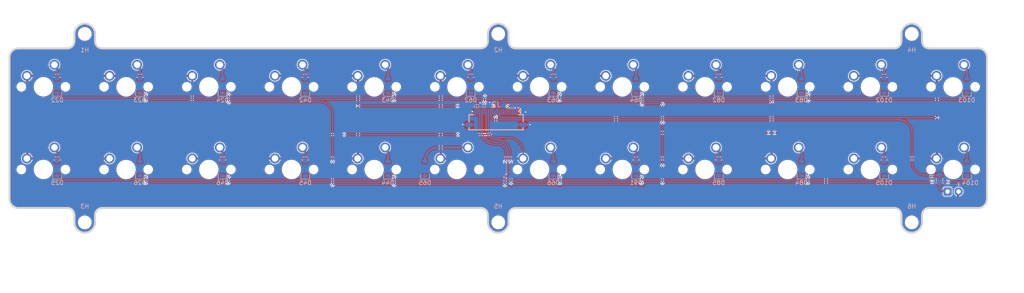
<source format=kicad_pcb>
(kicad_pcb (version 20240108) (generator "pcbnew") (generator_version "8.0")
  (layers (0 "F.Cu" signal) (31 "B.Cu" signal) (34 "B.Paste" user) (35 "F.Paste" user) (36 "B.SilkS" user "B.Silkscreen") (37 "F.SilkS" user "F.Silkscreen") (38 "B.Mask" user) (39 "F.Mask" user) (44 "Edge.Cuts" user))
  (net 0 "")
  (net 1 "Net-(D1-K)")
  (net 2 "Net-(D22-A)")
  (net 3 "ROW0")
  (net 4 "ROW1")
  (net 5 "Net-(D23-A)")
  (net 6 "Net-(D24-A)")
  (net 7 "ROW2")
  (net 8 "ROW3")
  (net 9 "Net-(D25-A)")
  (net 10 "ROW4")
  (net 11 "Net-(D26-A)")
  (net 12 "Net-(D42-A)")
  (net 13 "Net-(D43-A)")
  (net 14 "Net-(D44-A)")
  (net 15 "Net-(D45-A)")
  (net 16 "Net-(D46-A)")
  (net 17 "Net-(D62-A)")
  (net 18 "Net-(D63-A)")
  (net 19 "Net-(D64-A)")
  (net 20 "Net-(D65-A)")
  (net 21 "Net-(D66-A)")
  (net 22 "Net-(D82-A)")
  (net 23 "Net-(D83-A)")
  (net 24 "Net-(D84-A)")
  (net 25 "Net-(D85-A)")
  (net 26 "Net-(D91-A)")
  (net 27 "Net-(D102-A)")
  (net 28 "Net-(D103-A)")
  (net 29 "Net-(D104-A)")
  (net 30 "Net-(D105-A)")
  (net 31 "COL2")
  (net 32 "COL4")
  (net 33 "COL6")
  (net 34 "COL8")
  (net 35 "COL10")
  (net 36 "LED_COM")
  (net 37 "GND")
  (net 38 "+5V")
  (footprint "mx-unsaver:SW_MX_1u_PCBMount" (layer "F.Cu") (at 171.45 0)
    (property "Reference" "MX84" (hide yes))
    (property "Value" "MX_SW_solder")
  )
  (footprint "mx-unsaver:SW_MX_1u_PCBMount" (layer "F.Cu") (at 19.05 0)
    (property "Reference" "MX24" (hide yes))
    (property "Value" "MX_SW_solder")
  )
  (footprint "mx-unsaver:SW_MX_1u_PCBMount" (layer "F.Cu") (at 171.45 19.05)
    (property "Reference" "MX85" (hide yes))
    (property "Value" "MX_SW_solder")
  )
  (footprint "mx-unsaver:SW_MX_1u_PCBMount" (layer "F.Cu") (at 133.35 19.05)
    (property "Reference" "MX92" (hide yes))
    (property "Value" "MX_SW_solder")
  )
  (footprint "mx-unsaver:SW_MX_1u_PCBMount" (layer "F.Cu") (at 57.15 19.05)
    (property "Reference" "MX46" (hide yes))
    (property "Value" "MX_SW_solder")
  )
  (footprint "mx-unsaver:SW_MX_1u_PCBMount" (layer "F.Cu") (at 152.4 19.05)
    (property "Reference" "MX86" (hide yes))
    (property "Value" "MX_SW_solder")
  )
  (footprint "mx-unsaver:SW_MX_1u_PCBMount" (layer "F.Cu") (at 190.5 0)
    (property "Reference" "MX107" (hide yes))
    (property "Value" "MX_SW_solder")
  )
  (footprint "mx-unsaver:SW_MX_1u_PCBMount" (layer "F.Cu") (at 95.25 0)
    (property "Reference" "MX63" (hide yes))
    (property "Value" "MX_SW_solder")
  )
  (footprint "mx-unsaver:SW_MX_1u_PCBMount" (layer "F.Cu") (at 0 19.05)
    (property "Reference" "MX26" (hide yes))
    (property "Value" "MX_SW_solder")
  )
  (footprint "mx-unsaver:SW_MX_1u_PCBMount" (layer "F.Cu") (at 95.25 19.05)
    (property "Reference" "MX66" (hide yes))
    (property "Value" "MX_SW_solder")
  )
  (footprint "mx-unsaver:SW_MX_1u_PCBMount" (layer "F.Cu") (at 76.2 0)
    (property "Reference" "MX44" (hide yes))
    (property "Value" "MX_SW_solder")
  )
  (footprint "mx-unsaver:SW_MX_1u_PCBMount" (layer "F.Cu") (at 209.55 19.05)
    (property "Reference" "MX109" (hide yes))
    (property "Value" "MX_SW_solder")
  )
  (footprint "mx-unsaver:SW_MX_1u_PCBMount" (layer "F.Cu") (at 114.3 0)
    (property "Reference" "MX64" (hide yes))
    (property "Value" "MX_SW_solder")
  )
  (footprint "mx-unsaver:SW_MX_1u_PCBMount" (layer "F.Cu") (at 38.1 0)
    (property "Reference" "MX25" (hide yes))
    (property "Value" "MX_SW_solder")
  )
  (footprint "mx-unsaver:SW_MX_1u_PCBMount" (layer "F.Cu") (at 0 0)
    (property "Reference" "MX23" (hide yes))
    (property "Value" "MX_SW_solder")
  )
  (footprint "mx-unsaver:SW_MX_1u_PCBMount" (layer "F.Cu") (at 38.1 19.05)
    (property "Reference" "MX47" (hide yes))
    (property "Value" "MX_SW_solder")
  )
  (footprint "mx-unsaver:SW_MX_1u_PCBMount" (layer "F.Cu") (at 114.3 19.05)
    (property "Reference" "MX67" (hide yes))
    (property "Value" "MX_SW_solder")
  )
  (footprint "mx-unsaver:SW_MX_1u_PCBMount" (layer "F.Cu") (at 152.4 0)
    (property "Reference" "MX83" (hide yes))
    (property "Value" "MX_SW_solder")
  )
  (footprint "mx-unsaver:SW_MX_1u_PCBMount" (layer "F.Cu") (at 57.15 0)
    (property "Reference" "MX43" (hide yes))
    (property "Value" "MX_SW_solder")
  )
  (footprint "mx-unsaver:SW_MX_1u_PCBMount" (layer "F.Cu") (at 209.55 0)
    (property "Reference" "MX108" (hide yes))
    (property "Value" "MX_SW_solder")
  )
  (footprint "mx-unsaver:SW_MX_1u_PCBMount" (layer "F.Cu") (at 190.5 19.05)
    (property "Reference" "MX110" (hide yes))
    (property "Value" "MX_SW_solder")
  )
  (footprint "mx-unsaver:SW_MX_1u_PCBMount" (layer "F.Cu") (at 133.35 0)
    (property "Reference" "MX65" (hide yes))
    (property "Value" "MX_SW_solder")
  )
  (footprint "mx-unsaver:SW_MX_1u_PCBMount" (layer "F.Cu") (at 19.05 19.05)
    (property "Reference" "MX27" (hide yes))
    (property "Value" "MX_SW_solder")
  )
  (footprint "mx-unsaver:SW_MX_1u_PCBMount" (layer "F.Cu") (at 76.2 19.05)
    (property "Reference" "MX45" (hide yes))
    (property "Value" "MX_SW_solder")
  )
  (footprint "MountingHole:MountingHole_2.7mm_M2.5" (layer "B.Cu") (at 104.774966 -12.17504)
    (property "Reference" "H2")
    (property "Value" "MountingHole")
  )
  (footprint "mx-unsaver:D_SOD-123_ShiftedSilkscreen" (layer "B.Cu") (at 212.725 -0.20625 90)
    (property "Reference" "D103")
    (property "Value" "D_Small")
  )
  (footprint "mx-unsaver:D_SOD-123_ShiftedSilkscreen" (layer "B.Cu") (at 212.725 18.84375 90)
    (property "Reference" "D104")
    (property "Value" "D_Small")
  )
  (footprint "mx-unsaver:D_SOD-123_ShiftedSilkscreen" (layer "B.Cu") (at 41.275 18.84375 90)
    (property "Reference" "D46")
    (property "Value" "D_Small")
  )
  (footprint "MountingHole:MountingHole_2.7mm_M2.5" (layer "B.Cu") (at 9.525 31.225 180)
    (property "Reference" "H3")
    (property "Value" "MountingHole")
  )
  (footprint "mx-unsaver:D_SOD-123_ShiftedSilkscreen" (layer "B.Cu") (at 79.375 18.84375 90)
    (property "Reference" "D44")
    (property "Value" "D_Small")
  )
  (footprint "mx-unsaver:D_SOD-123_ShiftedSilkscreen" (layer "B.Cu") (at 41.275 -0.20625 90)
    (property "Reference" "D24")
    (property "Value" "D_Small")
  )
  (footprint "Resistor_SMD:R_0805_2012Metric" (layer "B.Cu") (at 206.43 21.18 90)
    (property "Reference" "R1")
    (property "Value" "1k")
  )
  (footprint "mx-unsaver:D_SOD-123_ShiftedSilkscreen" (layer "B.Cu") (at 79.375 -0.20625 90)
    (property "Reference" "D43")
    (property "Value" "D_Small")
  )
  (footprint "mx-unsaver:D_SOD-123_ShiftedSilkscreen" (layer "B.Cu") (at 155.575 18.84375 90)
    (property "Reference" "D85")
    (property "Value" "D_Small")
  )
  (footprint "MountingHole:MountingHole_2.7mm_M2.5" (layer "B.Cu") (at 200.025 31.225 180)
    (property "Reference" "H6")
    (property "Value" "MountingHole")
  )
  (footprint "MountingHole:MountingHole_2.7mm_M2.5" (layer "B.Cu") (at 9.525 -12.175)
    (property "Reference" "H1")
    (property "Value" "MountingHole")
  )
  (footprint "mx-unsaver:D_SOD-123_ShiftedSilkscreen" (layer "B.Cu") (at 22.225 18.84375 90)
    (property "Reference" "D26")
    (property "Value" "D_Small")
  )
  (footprint "mx-unsaver:D_SOD-123_ShiftedSilkscreen" (layer "B.Cu") (at 155.575 -0.20625 90)
    (property "Reference" "D82")
    (property "Value" "D_Small")
  )
  (footprint "mx-unsaver:D_SOD-123_ShiftedSilkscreen" (layer "B.Cu") (at 117.475 18.84375 90)
    (property "Reference" "D66")
    (property "Value" "D_Small")
  )
  (footprint "mx-unsaver:D_SOD-123_ShiftedSilkscreen" (layer "B.Cu") (at 174.625 -0.20625 90)
    (property "Reference" "D83")
    (property "Value" "D_Small")
  )
  (footprint "mx-unsaver:D_SOD-123_ShiftedSilkscreen" (layer "B.Cu") (at 22.225 -0.20625 90)
    (property "Reference" "D23")
    (property "Value" "D_Small")
  )
  (footprint "mx-unsaver:LED_MX_3mm_Offset_Flipped" (layer "B.Cu") (at 209.55 19.05 180)
    (property "Reference" "D1" (hide yes))
    (property "Value" "LED_NUM")
  )
  (footprint "mx-unsaver:D_SOD-123_ShiftedSilkscreen" (layer "B.Cu") (at 60.325 18.84375 90)
    (property "Reference" "D45")
    (property "Value" "D_Small")
  )
  (footprint "mx-unsaver:D_SOD-123_ShiftedSilkscreen" (layer "B.Cu") (at 3.175 18.84375 90)
    (property "Reference" "D25")
    (property "Value" "D_Small")
  )
  (footprint "mx-unsaver:D_SOD-123_ShiftedSilkscreen" (layer "B.Cu") (at 193.675 18.84375 90)
    (property "Reference" "D105")
    (property "Value" "D_Small")
  )
  (footprint "mx-unsaver:D_SOD-123_ShiftedSilkscreen" (layer "B.Cu") (at 60.325 -0.20625 90)
    (property "Reference" "D42")
    (property "Value" "D_Small")
  )
  (footprint "mx-unsaver:D_SOD-123_ShiftedSilkscreen" (layer "B.Cu") (at 3.175 -0.20625 90)
    (property "Reference" "D22")
    (property "Value" "D_Small")
  )
  (footprint "MountingHole:MountingHole_2.7mm_M2.5" (layer "B.Cu") (at 200.025 -12.175)
    (property "Reference" "H4")
    (property "Value" "MountingHole")
  )
  (footprint "mx-unsaver:D_SOD-123_ShiftedSilkscreen" (layer "B.Cu") (at 174.625 18.84375 90)
    (property "Reference" "D84")
    (property "Value" "D_Small")
  )
  (footprint "mx-unsaver:D_SOD-123_ShiftedSilkscreen" (layer "B.Cu") (at 117.475 -0.20625 90)
    (property "Reference" "D63")
    (property "Value" "D_Small")
  )
  (footprint "mx-unsaver:D_SOD-123_ShiftedSilkscreen" (layer "B.Cu") (at 98.425 -0.20625 90)
    (property "Reference" "D62")
    (property "Value" "D_Small")
  )
  (footprint "mx-unsaver:D_SOD-123_ShiftedSilkscreen" (layer "B.Cu") (at 136.525 -0.20625 90)
    (property "Reference" "D64")
    (property "Value" "D_Small")
  )
  (footprint "mx-unsaver:D_SOD-123_ShiftedSilkscreen" (layer "B.Cu") (at 87.9 18.84375 90)
    (property "Reference" "D65")
    (property "Value" "D_Small")
  )
  (footprint "mx-unsaver:D_SOD-123_ShiftedSilkscreen" (layer "B.Cu") (at 136.525 18.84375 90)
    (property "Reference" "D91")
    (property "Value" "D_Small")
  )
  (footprint "mx-unsaver:D_SOD-123_ShiftedSilkscreen" (layer "B.Cu") (at 193.675 -0.20625 90)
    (property "Reference" "D102")
    (property "Value" "D_Small")
  )
  (footprint "MountingHole:MountingHole_2.7mm_M2.5" (layer "B.Cu") (at 104.775 31.225 180)
    (property "Reference" "H5")
    (property "Value" "MountingHole")
  )
  (footprint "mx-unsaver:CONN-SMD_20P-P0.50_10051922-2010ELF" (layer "B.Cu") (at 104.275 7.404385 180)
    (property "Reference" "J2")
    (property "Value" "Conn_01x20_MountingPin")
  )
  (gr_line (start 108.775014 -8.875036) (end 196.033211 -8.875036) (stroke (width 0.4)) (layer "Edge.Cuts"))
  (gr_arc (start 7.125 -10.475) (mid 6.659269 -9.346541) (end 5.533211 -8.875036) (stroke (width 0.4)) (layer "Edge.Cuts"))
  (gr_line (start 108.775014 27.924986) (end 108.775014 27.924964) (stroke (width 0.4)) (layer "Edge.Cuts"))
  (gr_line (start 204.025014 27.924964) (end 215.359179 27.924964) (stroke (width 0.4)) (layer "Edge.Cuts"))
  (gr_line (start 11.925 -12.166515) (end 11.925 -10.462451) (stroke (width 0.4)) (layer "Edge.Cuts"))
  (gr_line (start 13.525014 27.924964) (end 100.775014 27.924964) (stroke (width 0.4)) (layer "Edge.Cuts"))
  (gr_arc (start 108.775014 -8.875036) (mid 107.648108 -9.33925) (end 107.175 -10.462451) (stroke (width 0.4)) (layer "Edge.Cuts"))
  (gr_line (start 108.775014 27.924964) (end 196.025014 27.924964) (stroke (width 0.4)) (layer "Edge.Cuts"))
  (gr_arc (start 11.925 31.224964) (mid 9.525 33.624964) (end 7.125 31.224964) (stroke (width 0.4)) (layer "Edge.Cuts"))
  (gr_line (start 204.025014 27.924986) (end 204.025014 27.924964) (stroke (width 0.4)) (layer "Edge.Cuts"))
  (gr_arc (start -5.799886 27.924964) (mid -7.209171 27.344156) (end -7.8 25.939042) (stroke (width 0.4)) (layer "Edge.Cuts"))
  (gr_line (start 107.175 -12.166515) (end 107.175 -10.462451) (stroke (width 0.4)) (layer "Edge.Cuts"))
  (gr_arc (start 107.175 29.525) (mid 107.643633 28.393619) (end 108.775014 27.924986) (stroke (width 0.4)) (layer "Edge.Cuts"))
  (gr_arc (start 197.625 -10.475) (mid 197.159269 -9.346541) (end 196.033211 -8.875036) (stroke (width 0.4)) (layer "Edge.Cuts"))
  (gr_arc (start 102.375 -12.175) (mid 104.779257 -14.57501) (end 107.175 -12.166515) (stroke (width 0.4)) (layer "Edge.Cuts"))
  (gr_line (start -5.799886 27.924964) (end 5.525014 27.924964) (stroke (width 0.4)) (layer "Edge.Cuts"))
  (gr_line (start 202.425 -12.166515) (end 202.425 -10.462451) (stroke (width 0.4)) (layer "Edge.Cuts"))
  (gr_arc (start 215.350014 -8.875036) (mid 216.764205 -8.289246) (end 217.35 -6.875036) (stroke (width 0.4)) (layer "Edge.Cuts"))
  (gr_line (start 13.525014 27.924986) (end 13.525014 27.924964) (stroke (width 0.4)) (layer "Edge.Cuts"))
  (gr_arc (start 5.525014 27.924964) (mid 6.656362 28.393597) (end 7.125 29.524964) (stroke (width 0.4)) (layer "Edge.Cuts"))
  (gr_line (start 11.925 31.224964) (end 11.925 29.525) (stroke (width 0.4)) (layer "Edge.Cuts"))
  (gr_arc (start 197.625 -12.175) (mid 200.029257 -14.57501) (end 202.425 -12.166515) (stroke (width 0.4)) (layer "Edge.Cuts"))
  (gr_arc (start 13.525014 -8.875036) (mid 12.398108 -9.33925) (end 11.925 -10.462451) (stroke (width 0.4)) (layer "Edge.Cuts"))
  (gr_line (start 204.025014 -8.875036) (end 215.350014 -8.875036) (stroke (width 0.4)) (layer "Edge.Cuts"))
  (gr_arc (start 202.425 29.525) (mid 202.893633 28.393619) (end 204.025014 27.924986) (stroke (width 0.4)) (layer "Edge.Cuts"))
  (gr_arc (start 102.375 -10.475) (mid 101.909269 -9.346541) (end 100.783211 -8.875036) (stroke (width 0.4)) (layer "Edge.Cuts"))
  (gr_arc (start 107.175 31.224964) (mid 104.775 33.624964) (end 102.375 31.224964) (stroke (width 0.4)) (layer "Edge.Cuts"))
  (gr_arc (start 196.025014 27.924964) (mid 197.156362 28.393597) (end 197.625 29.524964) (stroke (width 0.4)) (layer "Edge.Cuts"))
  (gr_line (start 202.425 31.224964) (end 202.425 29.525) (stroke (width 0.4)) (layer "Edge.Cuts"))
  (gr_line (start 102.375 -12.175) (end 102.375 -10.475) (stroke (width 0.4)) (layer "Edge.Cuts"))
  (gr_line (start 7.125 31.224964) (end 7.125 29.524964) (stroke (width 0.4)) (layer "Edge.Cuts"))
  (gr_line (start 7.125 -12.175) (end 7.125 -10.475) (stroke (width 0.4)) (layer "Edge.Cuts"))
  (gr_line (start 197.625 -12.175) (end 197.625 -10.475) (stroke (width 0.4)) (layer "Edge.Cuts"))
  (gr_line (start 102.375 31.224964) (end 102.375 29.524964) (stroke (width 0.4)) (layer "Edge.Cuts"))
  (gr_arc (start 217.35 25.925) (mid 216.767454 27.33596) (end 215.359179 27.924964) (stroke (width 0.4)) (layer "Edge.Cuts"))
  (gr_arc (start -7.8 -6.875) (mid -7.214209 -8.289223) (end -5.799986 -8.875014) (stroke (width 0.4)) (layer "Edge.Cuts"))
  (gr_line (start -7.8 -6.875) (end -7.8 25.939042) (stroke (width 0.4)) (layer "Edge.Cuts"))
  (gr_arc (start 11.925 29.525) (mid 12.393633 28.393619) (end 13.525014 27.924986) (stroke (width 0.4)) (layer "Edge.Cuts"))
  (gr_arc (start 204.025014 -8.875036) (mid 202.898108 -9.33925) (end 202.425 -10.462451) (stroke (width 0.4)) (layer "Edge.Cuts"))
  (gr_line (start 197.625 31.224964) (end 197.625 29.524964) (stroke (width 0.4)) (layer "Edge.Cuts"))
  (gr_line (start 107.175 31.224964) (end 107.175 29.525) (stroke (width 0.4)) (layer "Edge.Cuts"))
  (gr_arc (start 202.425 31.224964) (mid 200.025 33.624964) (end 197.625 31.224964) (stroke (width 0.4)) (layer "Edge.Cuts"))
  (gr_line (start 13.525014 -8.875036) (end 100.783211 -8.875036) (stroke (width 0.4)) (layer "Edge.Cuts"))
  (gr_line (start 217.35 -6.875036) (end 217.35 25.925) (stroke (width 0.4)) (layer "Edge.Cuts"))
  (gr_arc (start 7.125 -12.175) (mid 9.529257 -14.57501) (end 11.925 -12.166515) (stroke (width 0.4)) (layer "Edge.Cuts"))
  (gr_line (start -5.799986 -8.875036) (end 5.533211 -8.875036) (stroke (width 0.4)) (layer "Edge.Cuts"))
  (gr_line (start -5.799986 -8.875014) (end -5.799986 -8.875036) (stroke (width 0.4)) (layer "Edge.Cuts"))
  (gr_arc (start 100.775014 27.924964) (mid 101.906362 28.393597) (end 102.375 29.524964) (stroke (width 0.4)) (layer "Edge.Cuts"))
  (gr_text "" (at 104.775 46.406464 0) (layer "Edge.Cuts") (effects (font (size 3.048 2.7432) (thickness 0.381)) (justify top)))
  (segment (start 206.43 22.0925) (end 206.43 22.73) (width 0.5) (layer "B.Cu") (net 1))
  (segment (start 207.83 24.13) (end 208.28 24.13) (width 0.5) (layer "B.Cu") (net 1))
  (arc (start 207.83 24.13) (mid 206.840051 23.719949) (end 206.43 22.73) (width 0.5) (layer "B.Cu") (net 1))
  (segment (start 3.175 -1.85625) (end 3.175 -4.445) (width 0.5) (layer "B.Cu") (net 2))
  (segment (start 3.175 -4.445) (end 2.54 -5.08) (width 0.5) (layer "B.Cu") (net 2))
  (segment (start 101.6 2.2439) (end 101.7 2.2439) (width 0.3) (layer "F.Cu") (net 3))
  (segment (start 101.6 3.5439) (end 101.6 2.2439) (width 0.3) (layer "F.Cu") (net 3))
  (via (at 101.7 2.2439) (size 0.6) (drill 0.3) (layers "F.Cu" "B.Cu") (net 3))
  (via (at 101.6 3.5439) (size 0.6) (drill 0.3) (layers "F.Cu" "B.Cu") (net 3))
  (segment (start 58.6 2.3939) (end 3.975 2.3939) (width 0.3) (layer "B.Cu") (net 3))
  (segment (start 101.5248 5.766785) (end 101.5248 3.5439) (width 0.3) (layer "B.Cu") (net 3))
  (segment (start 58.6 2.3939) (end 97.2 2.3939) (width 0.3) (layer "B.Cu") (net 3))
  (segment (start 97.2 2.3939) (end 101.5248 2.3939) (width 0.3) (layer "B.Cu") (net 3))
  (segment (start 59.525 2.3939) (end 58.6 2.3939) (width 0.3) (layer "B.Cu") (net 3))
  (segment (start 101.5248 2.3939) (end 154.5 2.3939) (width 0.3) (layer "B.Cu") (net 3))
  (segment (start 97.2 2.3939) (end 97.625 2.3939) (width 0.3) (layer "B.Cu") (net 3))
  (segment (start 154.5 2.3939) (end 192.875 2.3939) (width 0.3) (layer "B.Cu") (net 3))
  (segment (start 155.575 1.5939) (end 155.575 1.44375) (width 0.3) (layer "B.Cu") (net 3))
  (segment (start 60.325 1.44375) (end 60.325 1.5939) (width 0.3) (layer "B.Cu") (net 3))
  (segment (start 101.5248 3.5439) (end 101.6 3.5439) (width 0.3) (layer "B.Cu") (net 3))
  (segment (start 193.675 1.5939) (end 193.675 1.44375) (width 0.3) (layer "B.Cu") (net 3))
  (segment (start 98.425 1.5939) (end 98.425 1.44375) (width 0.3) (layer "B.Cu") (net 3))
  (segment (start 154.5 2.3939) (end 154.775 2.3939) (width 0.3) (layer "B.Cu") (net 3))
  (segment (start 3.175 1.5939) (end 3.175 1.44375) (width 0.3) (layer "B.Cu") (net 3))
  (arc (start 3.175 1.5939) (mid 3.409315 2.159585) (end 3.975 2.3939) (width 0.3) (layer "B.Cu") (net 3))
  (arc (start 98.425 1.5939) (mid 98.190685 2.159585) (end 97.625 2.3939) (width 0.3) (layer "B.Cu") (net 3))
  (arc (start 193.675 1.5939) (mid 193.440685 2.159585) (end 192.875 2.3939) (width 0.3) (layer "B.Cu") (net 3))
  (arc (start 154.775 2.3939) (mid 155.340685 2.159585) (end 155.575 1.5939) (width 0.3) (layer "B.Cu") (net 3))
  (arc (start 60.325 1.5939) (mid 60.090685 2.159585) (end 59.525 2.3939) (width 0.3) (layer "B.Cu") (net 3))
  (segment (start 23.6 1.7439) (end 23.6 3.0439) (width 0.3) (layer "F.Cu") (net 4))
  (segment (start 176.2 3.1) (end 176.2 1.7439) (width 0.3) (layer "F.Cu") (net 4))
  (segment (start 80.8 3.0439) (end 80.8 1.7439) (width 0.3) (layer "F.Cu") (net 4))
  (segment (start 118.9 3.0439) (end 118.9 1.7439) (width 0.3) (layer "F.Cu") (net 4))
  (via (at 80.8 3.0439) (size 0.6) (drill 0.3) (layers "F.Cu" "B.Cu") (net 4))
  (via (at 80.8 1.7439) (size 0.6) (drill 0.3) (layers "F.Cu" "B.Cu") (net 4))
  (via (at 118.9 1.7439) (size 0.6) (drill 0.3) (layers "F.Cu" "B.Cu") (net 4))
  (via (at 118.9 3.0439) (size 0.6) (drill 0.3) (layers "F.Cu" "B.Cu") (net 4))
  (via (at 23.6 3.0439) (size 0.6) (drill 0.3) (layers "F.Cu" "B.Cu") (net 4))
  (via (at 176.2 1.7439) (size 0.6) (drill 0.3) (layers "F.Cu" "B.Cu") (net 4))
  (via (at 176.2 3.1) (size 0.6) (drill 0.3) (layers "F.Cu" "B.Cu") (net 4))
  (via (at 23.6 1.7439) (size 0.6) (drill 0.3) (layers "F.Cu" "B.Cu") (net 4))
  (segment (start 100.0247 4.4939) (end 100.0247 5.766785) (width 0.3) (layer "B.Cu") (net 4))
  (segment (start 22.225 1.44375) (end 22.225 1.7439) (width 0.3) (layer "B.Cu") (net 4))
  (segment (start 117.8 2.8939) (end 118.9 2.8939) (width 0.3) (layer "B.Cu") (net 4))
  (segment (start 23.6 3.0439) (end 23.75 2.8939) (width 0.3) (layer "B.Cu") (net 4))
  (segment (start 175.7 2.8939) (end 176.2 2.8939) (width 0.3) (layer "B.Cu") (net 4))
  (segment (start 24.5 2.8939) (end 79.6 2.8939) (width 0.3) (layer "B.Cu") (net 4))
  (segment (start 174.625 2.8939) (end 175.7 2.8939) (width 0.3) (layer "B.Cu") (net 4))
  (segment (start 80.8 1.7439) (end 79.67515 1.7439) (width 0.3) (layer "B.Cu") (net 4))
  (segment (start 174.625 1.7439) (end 174.625 1.44375) (width 0.3) (layer "B.Cu") (net 4))
  (segment (start 118.9 2.8939) (end 118.9 3.0439) (width 0.3) (layer "B.Cu") (net 4))
  (segment (start 22.225 1.7439) (end 23.6 1.7439) (width 0.3) (layer "B.Cu") (net 4))
  (segment (start 176.2 1.7439) (end 174.625 1.7439) (width 0.3) (layer "B.Cu") (net 4))
  (segment (start 176.2 2.8939) (end 176.2 3.1) (width 0.3) (layer "B.Cu") (net 4))
  (segment (start 79.6 2.8939) (end 98.4247 2.8939) (width 0.3) (layer "B.Cu") (net 4))
  (segment (start 117.475 1.7439) (end 117.475 1.44375) (width 0.3) (layer "B.Cu") (net 4))
  (segment (start 79.6 2.8939) (end 80.65 2.8939) (width 0.3) (layer "B.Cu") (net 4))
  (segment (start 98.4247 2.8939) (end 117.8 2.8939) (width 0.3) (layer "B.Cu") (net 4))
  (segment (start 117.8 2.8939) (end 174.625 2.8939) (width 0.3) (layer "B.Cu") (net 4))
  (segment (start 212.725 1.8939) (end 212.725 1.44375) (width 0.3) (layer "B.Cu") (net 4))
  (segment (start 23.75 2.8939) (end 24.5 2.8939) (width 0.3) (layer "B.Cu") (net 4))
  (segment (start 118.9 1.7439) (end 117.475 1.7439) (width 0.3) (layer "B.Cu") (net 4))
  (segment (start 175.7 2.8939) (end 211.725 2.8939) (width 0.3) (layer "B.Cu") (net 4))
  (segment (start 79.67515 1.7439) (end 79.375 1.44375) (width 0.3) (layer "B.Cu") (net 4))
  (segment (start 80.65 2.8939) (end 80.8 3.0439) (width 0.3) (layer "B.Cu") (net 4))
  (arc (start 212.725 1.8939) (mid 212.432107 2.601007) (end 211.725 2.8939) (width 0.3) (layer "B.Cu") (net 4))
  (arc (start 98.4247 2.8939) (mid 99.556071 3.362529) (end 100.0247 4.4939) (width 0.3) (layer "B.Cu") (net 4))
  (segment (start 22.225 -4.445) (end 21.59 -5.08) (width 0.5) (layer "B.Cu") (net 5))
  (segment (start 22.225 -1.85625) (end 22.225 -4.445) (width 0.5) (layer "B.Cu") (net 5))
  (segment (start 41.275 -4.445) (end 40.64 -5.08) (width 0.5) (layer "B.Cu") (net 6))
  (segment (start 41.275 -1.85625) (end 41.275 -4.445) (width 0.5) (layer "B.Cu") (net 6))
  (segment (start 176.1 22.0939) (end 176.1 20.7939) (width 0.3) (layer "F.Cu") (net 7))
  (segment (start 42.6 3.5439) (end 42.7 3.5439) (width 0.3) (layer "F.Cu") (net 7))
  (segment (start 137.9 1.7439) (end 137.9 4.05) (width 0.3) (layer "F.Cu") (net 7))
  (segment (start 208.4 21.9) (end 204.7 21.9) (width 0.3) (layer "F.Cu") (net 7))
  (segment (start 42.6 1.7439) (end 42.6 3.5439) (width 0.3) (layer "F.Cu") (net 7))
  (segment (start 142.6 22.0939) (end 142.6 18.1) (width 0.3) (layer "F.Cu") (net 7))
  (segment (start 106.35 17.26) (end 106.35 22.5939) (width 0.3) (layer "F.Cu") (net 7))
  (segment (start 142.6 8.25) (end 142.6 4.05) (width 0.3) (layer "F.Cu") (net 7))
  (segment (start 80.8 22.5939) (end 80.8 20.7939) (width 0.3) (layer "F.Cu") (net 7))
  (segment (start 106.35 22.5939) (end 106.3 22.5939) (width 0.3) (layer "F.Cu") (net 7))
  (segment (start 66.6 22.5939) (end 66.6 17.26) (width 0.3) (layer "F.Cu") (net 7))
  (via (at 142.6 4.05) (size 0.6) (drill 0.3) (layers "F.Cu" "B.Cu") (net 7))
  (via (at 80.8 20.7939) (size 0.6) (drill 0.3) (layers "F.Cu" "B.Cu") (net 7))
  (via (at 66.6 22.5939) (size 0.6) (drill 0.3) (layers "F.Cu" "B.Cu") (net 7))
  (via (at 42.6 1.7439) (size 0.6) (drill 0.3) (layers "F.Cu" "B.Cu") (net 7))
  (via (at 80.8 22.5939) (size 0.6) (drill 0.3) (layers "F.Cu" "B.Cu") (net 7))
  (via (at 137.9 1.7439) (size 0.6) (drill 0.3) (layers "F.Cu" "B.Cu") (net 7))
  (via (at 176.1 20.7939) (size 0.6) (drill 0.3) (layers "F.Cu" "B.Cu") (net 7))
  (via (at 142.6 18.1) (size 0.6) (drill 0.3) (layers "F.Cu" "B.Cu") (net 7))
  (via (at 106.3 22.5939) (size 0.6) (drill 0.3) (layers "F.Cu" "B.Cu") (net 7))
  (via (at 106.35 17.26) (size 0.6) (drill 0.3) (layers "F.Cu" "B.Cu") (net 7))
  (via (at 42.7 3.5439) (size 0.6) (drill 0.3) (layers "F.Cu" "B.Cu") (net 7))
  (via (at 142.6 22.0939) (size 0.6) (drill 0.3) (layers "F.Cu" "B.Cu") (net 7))
  (via (at 204.7 21.9) (size 0.6) (drill 0.3) (layers "F.Cu" "B.Cu") (net 7))
  (via (at 176.1 22.0939) (size 0.6) (drill 0.3) (layers "F.Cu" "B.Cu") (net 7))
  (via (at 208.4 21.9) (size 0.6) (drill 0.3) (layers "F.Cu" "B.Cu") (net 7))
  (via (at 142.6 8.25) (size 0.6) (drill 0.3) (layers "F.Cu" "B.Cu") (net 7))
  (via (at 137.9 4.05) (size 0.6) (drill 0.3) (layers "F.Cu" "B.Cu") (net 7))
  (via (at 66.6 17.26) (size 0.6) (drill 0.3) (layers "F.Cu" "B.Cu") (net 7))
  (segment (start 174.92515 20.7939) (end 174.625 20.49375) (width 0.3) (layer "B.Cu") (net 7))
  (segment (start 142.6 3.9) (end 142.6 4.05) (width 0.3) (layer "B.Cu") (net 7))
  (segment (start 136.525 1.7439) (end 136.525 1.44375) (width 0.3) (layer "B.Cu") (net 7))
  (segment (start 106.35 17.1) (end 106.35 17.26) (width 0.3) (layer "B.Cu") (net 7))
  (segment (start 67.2 22.4439) (end 80 22.4439) (width 0.3) (layer "B.Cu") (net 7))
  (segment (start 211.525 21.9439) (end 210.2 21.9439) (width 0.3) (layer "B.Cu") (net 7))
  (segment (start 80 22.4439) (end 80.65 22.4439) (width 0.3) (layer "B.Cu") (net 7))
  (segment (start 142.6 21.9439) (end 142.6 22.0939) (width 0.3) (layer "B.Cu") (net 7))
  (segment (start 208.4 21.9439) (end 208.4 21.9) (width 0.3) (layer "B.Cu") (net 7))
  (segment (start 108.476346 22.4439) (end 118.223654 22.4439) (width 0.3) (layer "B.Cu") (net 7))
  (segment (start 66.75 22.4439) (end 67.2 22.4439) (width 0.3) (layer "B.Cu") (net 7))
  (segment (start 142.6 14.9) (end 142.6 8.25) (width 0.3) (layer "B.Cu") (net 7))
  (segment (start 80 22.4439) (end 104.1 22.4439) (width 0.3) (layer "B.Cu") (net 7))
  (segment (start 41.275 1.7439) (end 42.6 1.7439) (width 0.3) (layer "B.Cu") (net 7))
  (segment (start 138.215686 22.597453) (end 138.576346 22.236793) (width 0.3) (layer "B.Cu") (net 7))
  (segment (start 104.35 22.4439) (end 105 22.4439) (width 0.3) (layer "B.Cu") (net 7))
  (segment (start 175.1 21.9439) (end 204.6561 21.9439) (width 0.3) (layer "B.Cu") (net 7))
  (segment (start 118.937868 22.7439) (end 119.062132 22.7439) (width 0.3) (layer "B.Cu") (net 7))
  (segment (start 142.6 21.9439) (end 175.1 21.9439) (width 0.3) (layer "B.Cu") (net 7))
  (segment (start 142.6 18.1) (end 142.6 14.9) (width 0.3) (layer "B.Cu") (net 7))
  (segment (start 204.6561 21.9439) (end 204.7 21.9) (width 0.3) (layer "B.Cu") (net 7))
  (segment (start 80.8 20.7939) (end 79.67515 20.7939) (width 0.3) (layer "B.Cu") (net 7))
  (segment (start 100.5248 5.766785) (end 100.5248 9.9) (width 0.3) (layer "B.Cu") (net 7))
  (segment (start 137.9 3.9) (end 142.6 3.9) (width 0.3) (layer "B.Cu") (net 7))
  (segment (start 210.2 21.9439) (end 208.4 21.9439) (width 0.3) (layer "B.Cu") (net 7))
  (segment (start 137.737868 22.7439) (end 137.862132 22.7439) (width 0.3) (layer "B.Cu") (net 7))
  (segment (start 79.67515 20.7939) (end 79.375 20.49375) (width 0.3) (layer "B.Cu") (net 7))
  (segment (start 66.6 14.9) (end 66.6 17.26) (width 0.3) (layer "B.Cu") (net 7))
  (segment (start 137.9 4.05) (end 137.9 3.9) (width 0.3) (layer "B.Cu") (net 7))
  (segment (start 42.7 3.4) (end 42.7061 3.3939) (width 0.3) (layer "B.Cu") (net 7))
  (segment (start 104.1 22.4439) (end 104.35 22.4439) (width 0.3) (layer "B.Cu") (net 7))
  (segment (start 42.7061 3.3939) (end 44.3 3.3939) (width 0.3) (layer "B.Cu") (net 7))
  (segment (start 41.275 1.44375) (end 41.275 1.7439) (width 0.3) (layer "B.Cu") (net 7))
  (segment (start 137.9 1.7439) (end 136.525 1.7439) (width 0.3) (layer "B.Cu") (net 7))
  (segment (start 106.5 15) (end 106.5 17.1) (width 0.3) (layer "B.Cu") (net 7))
  (segment (start 107.277208 22.590347) (end 107.284315 22.597454) (width 0.3) (layer "B.Cu") (net 7))
  (segment (start 66.6 6.3939) (end 66.6 14.9) (width 0.3) (layer "B.Cu") (net 7))
  (segment (start 119.776346 22.4439) (end 137.023654 22.4439) (width 0.3) (layer "B.Cu") (net 7))
  (segment (start 118.577208 22.590347) (end 118.584315 22.597454) (width 0.3) (layer "B.Cu") (net 7))
  (segment (start 42.7 3.5439) (end 42.7 3.4) (width 0.3) (layer "B.Cu") (net 7))
  (segment (start 107.637868 22.7439) (end 107.762132 22.7439) (width 0.3) (layer "B.Cu") (net 7))
  (segment (start 106.923654 22.4439) (end 105 22.4439) (width 0.3) (layer "B.Cu") (net 7))
  (segment (start 44.3 3.3939) (end 63.6 3.3939) (width 0.3) (layer "B.Cu") (net 7))
  (segment (start 119.415686 22.597453) (end 119.422793 22.590346) (width 0.3) (layer "B.Cu") (net 7))
  (segment (start 108.115686 22.597453) (end 108.122793 22.590346) (width 0.3) (layer "B.Cu") (net 7))
  (segment (start 175.95 21.9439) (end 176.1 22.0939) (width 0.3) (layer "B.Cu") (net 7))
  (segment (start 137.377208 22.590347) (end 137.384315 22.597454) (width 0.3) (layer "B.Cu") (net 7))
  (segment (start 176.1 20.7939) (end 174.92515 20.7939) (width 0.3) (layer "B.Cu") (net 7))
  (segment (start 103.8248 13.2) (end 104.7 13.2) (width 0.3) (layer "B.Cu") (net 7))
  (segment (start 80.65 22.4439) (end 80.8 22.5939) (width 0.3) (layer "B.Cu") (net 7))
  (segment (start 175.1 21.9439) (end 175.95 21.9439) (width 0.3) (layer "B.Cu") (net 7))
  (segment (start 139.283453 21.9439) (end 142.6 21.9439) (width 0.3) (layer "B.Cu") (net 7))
  (segment (start 212.725 20.7439) (end 212.725 20.49375) (width 0.3) (layer "B.Cu") (net 7))
  (segment (start 66.6 22.5939) (end 66.75 22.4439) (width 0.3) (layer "B.Cu") (net 7))
  (segment (start 106.5 17.1) (end 106.35 17.1) (width 0.3) (layer "B.Cu") (net 7))
  (arc (start 119.422793 22.590346) (mid 119.585005 22.48196) (end 119.776346 22.4439) (width 0.3) (layer "B.Cu") (net 7))
  (arc (start 108.115686 22.597453) (mid 107.953474 22.70584) (end 107.762132 22.7439) (width 0.3) (layer "B.Cu") (net 7))
  (arc (start 118.584315 22.597454) (mid 118.746527 22.70584) (end 118.937868 22.7439) (width 0.3) (layer "B.Cu") (net 7))
  (arc (start 137.384315 22.597454) (mid 137.546527 22.70584) (end 137.737868 22.7439) (width 0.3) (layer "B.Cu") (net 7))
  (arc (start 104.7 13.2) (mid 105.972792 13.727208) (end 106.5 15) (width 0.3) (layer "B.Cu") (net 7))
  (arc (start 138.576346 22.236793) (mid 138.900769 22.02002) (end 139.283453 21.9439) (width 0.3) (layer "B.Cu") (net 7))
  (arc (start 107.284315 22.597454) (mid 107.446527 22.70584) (end 107.637868 22.7439) (width 0.3) (layer "B.Cu") (net 7))
  (arc (start 100.5248 9.9) (mid 101.491348 12.233452) (end 103.8248 13.2) (width 0.3) (layer "B.Cu") (net 7))
  (arc (start 108.122793 22.590346) (mid 108.285005 22.48196) (end 108.476346 22.4439) (width 0.3) (layer "B.Cu") (net 7))
  (arc (start 118.223654 22.4439) (mid 118.414996 22.48196) (end 118.577208 22.590347) (width 0.3) (layer "B.Cu") (net 7))
  (arc (start 107.277208 22.590347) (mid 107.114996 22.48196) (end 106.923654 22.4439) (width 0.3) (layer "B.Cu") (net 7))
  (arc (start 137.023654 22.4439) (mid 137.214996 22.48196) (end 137.377208 22.590347) (width 0.3) (layer "B.Cu") (net 7))
  (arc (start 119.062132 22.7439) (mid 119.253474 22.70584) (end 119.415686 22.597453) (width 0.3) (layer "B.Cu") (net 7))
  (arc (start 137.862132 22.7439) (mid 138.053474 22.70584) (end 138.215686 22.597453) (width 0.3) (layer "B.Cu") (net 7))
  (arc (start 212.725 20.7439) (mid 212.373528 21.592428) (end 211.525 21.9439) (width 0.3) (layer "B.Cu") (net 7))
  (arc (start 63.6 3.3939) (mid 65.72132 4.27258) (end 66.6 6.3939) (width 0.3) (layer "B.Cu") (net 7))
  (segment (start 60.325 20.49375) (end 60.325 20.6439) (width 0.3) (layer "B.Cu") (net 8))
  (segment (start 3.175 20.6439) (end 3.175 20.49375) (width 0.3) (layer "B.Cu") (net 8))
  (segment (start 97.4 21.4439) (end 104.7 21.4439) (width 0.3) (layer "B.Cu") (net 8))
  (segment (start 154.3 21.4439) (end 154.775 21.4439) (width 0.3) (layer "B.Cu") (net 8))
  (segment (start 87.875 20.6439) (end 87.875 20.49375) (width 0.3) (layer "B.Cu") (net 8))
  (segment (start 154.3 21.4439) (end 192.875 21.4439) (width 0.3) (layer "B.Cu") (net 8))
  (segment (start 104.7 21.4439) (end 154.3 21.4439) (width 0.3) (layer "B.Cu") (net 8))
  (segment (start 97.4 21.4439) (end 97.625 21.4439) (width 0.3) (layer "B.Cu") (net 8))
  (segment (start 101.0247 9.9) (end 101.0247 5.766785) (width 0.3) (layer "B.Cu") (net 8))
  (segment (start 59.1 21.4439) (end 3.975 21.4439) (width 0.3) (layer "B.Cu") (net 8))
  (segment (start 59.1 21.4439) (end 97.4 21.4439) (width 0.3) (layer "B.Cu") (net 8))
  (segment (start 193.675 20.6439) (end 193.675 20.49375) (width 0.3) (layer "B.Cu") (net 8))
  (segment (start 107 19.4439) (end 107 15) (width 0.3) (layer "B.Cu") (net 8))
  (segment (start 59.525 21.4439) (end 59.1 21.4439) (width 0.3) (layer "B.Cu") (net 8))
  (segment (start 104.7 12.7) (end 103.8247 12.7) (width 0.3) (layer "B.Cu") (net 8))
  (segment (start 104.7 21.4439) (end 105 21.4439) (width 0.3) (layer "B.Cu") (net 8))
  (segment (start 155.575 20.6439) (end 155.575 20.49375) (width 0.3) (layer "B.Cu") (net 8))
  (arc (start 107 19.4439) (mid 106.414214 20.858114) (end 105 21.4439) (width 0.3) (layer "B.Cu") (net 8))
  (arc (start 192.875 21.4439) (mid 193.440685 21.209585) (end 193.675 20.6439) (width 0.3) (layer "B.Cu") (net 8))
  (arc (start 107 15) (mid 106.326346 13.373654) (end 104.7 12.7) (width 0.3) (layer "B.Cu") (net 8))
  (arc (start 60.325 20.6439) (mid 60.090685 21.209585) (end 59.525 21.4439) (width 0.3) (layer "B.Cu") (net 8))
  (arc (start 154.775 21.4439) (mid 155.340685 21.209585) (end 155.575 20.6439) (width 0.3) (layer "B.Cu") (net 8))
  (arc (start 3.975 21.4439) (mid 3.409315 21.209585) (end 3.175 20.6439) (width 0.3) (layer "B.Cu") (net 8))
  (arc (start 87.875 20.6439) (mid 87.640685 21.209585) (end 87.075 21.4439) (width 0.3) (layer "B.Cu") (net 8))
  (arc (start 103.8247 12.7) (mid 101.844801 11.879899) (end 101.0247 9.9) (width 0.3) (layer "B.Cu") (net 8))
  (segment (start 3.175 17.19375) (end 3.175 14.605) (width 0.5) (layer "B.Cu") (net 9))
  (segment (start 3.175 14.605) (end 2.54 13.97) (width 0.5) (layer "B.Cu") (net 9))
  (segment (start 137.8 22.0939) (end 137.8 20.7939) (width 0.3) (layer "F.Cu") (net 10))
  (segment (start 23.6 20.7939) (end 23.6 22.0939) (width 0.3) (layer "F.Cu") (net 10))
  (segment (start 107.7 17.26) (end 107.7 22.0939) (width 0.3) (layer "F.Cu") (net 10))
  (segment (start 42.6 22.0939) (end 42.6 20.7939) (width 0.3) (layer "F.Cu") (net 10))
  (segment (start 107.65 17.26) (end 107.7 17.26) (width 0.3) (layer "F.Cu") (net 10))
  (segment (start 119 22.0939) (end 119 20.7939) (width 0.3) (layer "F.Cu") (net 10))
  (via (at 107.65 17.26) (size 0.6) (drill 0.3) (layers "F.Cu" "B.Cu") (net 10))
  (via (at 119 22.0939) (size 0.6) (drill 0.3) (layers "F.Cu" "B.Cu") (net 10))
  (via (at 42.6 22.0939) (size 0.6) (drill 0.3) (layers "F.Cu" "B.Cu") (net 10))
  (via (at 23.6 20.7939) (size 0.6) (drill 0.3) (layers "F.Cu" "B.Cu") (net 10))
  (via (at 107.7 22.0939) (size 0.6) (drill 0.3) (layers "F.Cu" "B.Cu") (net 10))
  (via (at 137.8 22.0939) (size 0.6) (drill 0.3) (layers "F.Cu" "B.Cu") (net 10))
  (via (at 119 20.7939) (size 0.6) (drill 0.3) (layers "F.Cu" "B.Cu") (net 10))
  (via (at 42.6 20.7939) (size 0.6) (drill 0.3) (layers "F.Cu" "B.Cu") (net 10))
  (via (at 137.8 20.7939) (size 0.6) (drill 0.3) (layers "F.Cu" "B.Cu") (net 10))
  (via (at 23.6 22.0939) (size 0.6) (drill 0.3) (layers "F.Cu" "B.Cu") (net 10))
  (segment (start 118.3 21.9439) (end 137.65 21.9439) (width 0.3) (layer "B.Cu") (net 10))
  (segment (start 22.225 20.7939) (end 23.6 20.7939) (width 0.3) (layer "B.Cu") (net 10))
  (segment (start 118.3 21.9439) (end 118.85 21.9439) (width 0.3) (layer "B.Cu") (net 10))
  (segment (start 104.3247 12.2) (end 104.7 12.2) (width 0.3) (layer "B.Cu") (net 10))
  (segment (start 102.0247 5.766785) (end 102.0247 9.9) (width 0.3) (layer "B.Cu") (net 10))
  (segment (start 24.4 21.9439) (end 42.45 21.9439) (width 0.3) (layer "B.Cu") (net 10))
  (segment (start 107.7 21.9439) (end 107.7 22.0939) (width 0.3) (layer "B.Cu") (net 10))
  (segment (start 107.5 15) (end 107.5 17.26) (width 0.3) (layer "B.Cu") (net 10))
  (segment (start 107.5 17.26) (end 107.65 17.26) (width 0.3) (layer "B.Cu") (net 10))
  (segment (start 105.4 21.9439) (end 107.7 21.9439) (width 0.3) (layer "B.Cu") (net 10))
  (segment (start 137.65 21.9439) (end 137.8 22.0939) (width 0.3) (layer "B.Cu") (net 10))
  (segment (start 43.4 21.9439) (end 105.4 21.9439) (width 0.3) (layer "B.Cu") (net 10))
  (segment (start 117.77515 20.7939) (end 117.475 20.49375) (width 0.3) (layer "B.Cu") (net 10))
  (segment (start 23.6 22.0939) (end 23.75 21.9439) (width 0.3) (layer "B.Cu") (net 10))
  (segment (start 22.225 20.49375) (end 22.225 20.7939) (width 0.3) (layer "B.Cu") (net 10))
  (segment (start 42.75 21.9439) (end 43.4 21.9439) (width 0.3) (layer "B.Cu") (net 10))
  (segment (start 23.75 21.9439) (end 24.4 21.9439) (width 0.3) (layer "B.Cu") (net 10))
  (segment (start 119 20.7939) (end 117.77515 20.7939) (width 0.3) (layer "B.Cu") (net 10))
  (segment (start 105.4 21.9439) (end 118.3 21.9439) (width 0.3) (layer "B.Cu") (net 10))
  (segment (start 42.6 20.7939) (end 41.57515 20.7939) (width 0.3) (layer "B.Cu") (net 10))
  (segment (start 42.6 22.0939) (end 42.75 21.9439) (width 0.3) (layer "B.Cu") (net 10))
  (segment (start 42.45 21.9439) (end 42.6 22.0939) (width 0.3) (layer "B.Cu") (net 10))
  (segment (start 137.8 20.7939) (end 136.82515 20.7939) (width 0.3) (layer "B.Cu") (net 10))
  (segment (start 118.85 21.9439) (end 119 22.0939) (width 0.3) (layer "B.Cu") (net 10))
  (segment (start 136.82515 20.7939) (end 136.525 20.49375) (width 0.3) (layer "B.Cu") (net 10))
  (segment (start 41.57515 20.7939) (end 41.275 20.49375) (width 0.3) (layer "B.Cu") (net 10))
  (arc (start 102.0247 9.9) (mid 102.698354 11.526346) (end 104.3247 12.2) (width 0.3) (layer "B.Cu") (net 10))
  (arc (start 107.5 15) (mid 106.679899 13.020101) (end 104.7 12.2) (width 0.3) (layer "B.Cu") (net 10))
  (segment (start 22.225 17.19375) (end 22.225 14.605) (width 0.5) (layer "B.Cu") (net 11))
  (segment (start 22.225 14.605) (end 21.59 13.97) (width 0.5) (layer "B.Cu") (net 11))
  (segment (start 60.325 -4.445) (end 59.69 -5.08) (width 0.5) (layer "B.Cu") (net 12))
  (segment (start 60.325 -1.85625) (end 60.325 -4.445) (width 0.5) (layer "B.Cu") (net 12))
  (segment (start 79.375 -4.445) (end 78.74 -5.08) (width 0.5) (layer "B.Cu") (net 13))
  (segment (start 79.375 -1.85625) (end 79.375 -4.445) (width 0.5) (layer "B.Cu") (net 13))
  (segment (start 79.375 14.605) (end 78.74 13.97) (width 0.5) (layer "B.Cu") (net 14))
  (segment (start 79.375 17.19375) (end 79.375 14.605) (width 0.5) (layer "B.Cu") (net 14))
  (segment (start 60.325 17.19375) (end 60.325 14.605) (width 0.5) (layer "B.Cu") (net 15))
  (segment (start 60.325 14.605) (end 59.69 13.97) (width 0.5) (layer "B.Cu") (net 15))
  (segment (start 41.275 17.19375) (end 41.275 14.605) (width 0.5) (layer "B.Cu") (net 16))
  (segment (start 41.275 14.605) (end 40.64 13.97) (width 0.5) (layer "B.Cu") (net 16))
  (segment (start 98.425 -1.85625) (end 98.425 -4.445) (width 0.5) (layer "B.Cu") (net 17))
  (segment (start 98.425 -4.445) (end 97.79 -5.08) (width 0.5) (layer "B.Cu") (net 17))
  (segment (start 117.475 -1.85625) (end 117.475 -4.445) (width 0.5) (layer "B.Cu") (net 18))
  (segment (start 117.475 -4.445) (end 116.84 -5.08) (width 0.5) (layer "B.Cu") (net 18))
  (segment (start 136.525 -1.85625) (end 136.525 -4.445) (width 0.5) (layer "B.Cu") (net 19))
  (segment (start 136.525 -4.445) (end 135.89 -5.08) (width 0.5) (layer "B.Cu") (net 19))
  (segment (start 97.79 13.97) (end 90.9 13.97) (width 0.5) (layer "B.Cu") (net 20))
  (segment (start 87.9 16.97) (end 87.9 17.19375) (width 0.5) (layer "B.Cu") (net 20))
  (arc (start 87.9 16.97) (mid 88.77868 14.84868) (end 90.9 13.97) (width 0.5) (layer "B.Cu") (net 20))
  (segment (start 117.475 17.19375) (end 117.475 14.605) (width 0.5) (layer "B.Cu") (net 21))
  (segment (start 117.475 14.605) (end 116.84 13.97) (width 0.5) (layer "B.Cu") (net 21))
  (segment (start 155.575 -1.85625) (end 155.575 -4.445) (width 0.5) (layer "B.Cu") (net 22))
  (segment (start 155.575 -4.445) (end 154.94 -5.08) (width 0.5) (layer "B.Cu") (net 22))
  (segment (start 174.625 -4.445) (end 173.99 -5.08) (width 0.5) (layer "B.Cu") (net 23))
  (segment (start 174.625 -1.85625) (end 174.625 -4.445) (width 0.5) (layer "B.Cu") (net 23))
  (segment (start 174.625 14.605) (end 173.99 13.97) (width 0.5) (layer "B.Cu") (net 24))
  (segment (start 174.625 17.19375) (end 174.625 14.605) (width 0.5) (layer "B.Cu") (net 24))
  (segment (start 155.575 17.19375) (end 155.575 14.605) (width 0.5) (layer "B.Cu") (net 25))
  (segment (start 155.575 14.605) (end 154.94 13.97) (width 0.5) (layer "B.Cu") (net 25))
  (segment (start 136.525 17.19375) (end 136.525 14.605) (width 0.5) (layer "B.Cu") (net 26))
  (segment (start 136.525 14.605) (end 135.89 13.97) (width 0.5) (layer "B.Cu") (net 26))
  (segment (start 193.675 -4.445) (end 193.04 -5.08) (width 0.5) (layer "B.Cu") (net 27))
  (segment (start 193.675 -1.85625) (end 193.675 -4.445) (width 0.5) (layer "B.Cu") (net 27))
  (segment (start 212.725 -1.85625) (end 212.725 -4.445) (width 0.5) (layer "B.Cu") (net 28))
  (segment (start 212.725 -4.445) (end 212.09 -5.08) (width 0.5) (layer "B.Cu") (net 28))
  (segment (start 212.725 17.19375) (end 212.725 14.605) (width 0.5) (layer "B.Cu") (net 29))
  (segment (start 212.725 14.605) (end 212.09 13.97) (width 0.5) (layer "B.Cu") (net 29))
  (segment (start 193.675 14.605) (end 193.04 13.97) (width 0.5) (layer "B.Cu") (net 30))
  (segment (start 193.675 17.19375) (end 193.675 14.605) (width 0.5) (layer "B.Cu") (net 30))
  (segment (start 34.29 -2.54) (end -3.81 -2.54) (width 0.5) (layer "F.Cu") (net 31))
  (segment (start 34.295 -2.54) (end 34.295 8) (width 0.3) (layer "F.Cu") (net 31))
  (segment (start 15.24 16.51) (end -3.81 16.51) (width 0.5) (layer "F.Cu") (net 31))
  (segment (start -3.7 16.51) (end -3.81 16.51) (width 0.5) (layer "F.Cu") (net 31))
  (segment (start 95.6 11) (end 95.5 11) (width 0.3) (layer "F.Cu") (net 31))
  (segment (start -3.81 -2.54) (end -3.7 -2.54) (width 0.5) (layer "F.Cu") (net 31))
  (segment (start 37.295 11) (end 69.3 11) (width 0.3) (layer "F.Cu") (net 31))
  (segment (start -3.7 -2.54) (end -3.7 16.51) (width 0.5) (layer "F.Cu") (net 31))
  (segment (start 34.29 -2.54) (end 34.295 -2.54) (width 0.3) (layer "F.Cu") (net 31))
  (segment (start 95.6 11) (end 102.2 11) (width 0.3) (layer "F.Cu") (net 31))
  (segment (start 104.2 9) (end 104.2 6.95) (width 0.3) (layer "F.Cu") (net 31))
  (via (at 104.2 6.95) (size 0.6) (drill 0.3) (layers "F.Cu" "B.Cu") (net 31))
  (via (at 69.3 11) (size 0.6) (drill 0.3) (layers "F.Cu" "B.Cu") (net 31))
  (via (at 95.5 11) (size 0.6) (drill 0.3) (layers "F.Cu" "B.Cu") (net 31))
  (arc (start 102.2 11) (mid 103.614214 10.414214) (end 104.2 9) (width 0.3) (layer "F.Cu") (net 31))
  (arc (start 34.295 8) (mid 35.17368 10.12132) (end 37.295 11) (width 0.3) (layer "F.Cu") (net 31))
  (segment (start 95.5 11) (end 69.3 11) (width 0.3) (layer "B.Cu") (net 31))
  (segment (start 104.0249 5.766785) (end 104.0249 6.95) (width 0.3) (layer "B.Cu") (net 31))
  (segment (start 104.0249 6.95) (end 104.2 6.95) (width 0.3) (layer "B.Cu") (net 31))
  (segment (start 72.495 4.4) (end 72.495 -2.54) (width 0.5) (layer "F.Cu") (net 32))
  (segment (start 72.495 16.51) (end 72.495 4.4) (width 0.5) (layer "F.Cu") (net 32))
  (segment (start 34.29 16.51) (end 72.39 16.51) (width 0.5) (layer "F.Cu") (net 32))
  (segment (start 103.6 4.4) (end 95.4 4.4) (width 0.3) (layer "F.Cu") (net 32))
  (segment (start 72.39 -2.54) (end 53.34 -2.54) (width 0.5) (layer "F.Cu") (net 32))
  (segment (start 72.39 16.51) (end 72.495 16.51) (width 0.5) (layer "F.Cu") (net 32))
  (segment (start 72.495 -2.54) (end 72.39 -2.54) (width 0.5) (layer "F.Cu") (net 32))
  (via (at 103.6 4.4) (size 0.6) (drill 0.3) (layers "F.Cu" "B.Cu") (net 32))
  (via (at 72.495 4.4) (size 0.6) (drill 0.3) (layers "F.Cu" "B.Cu") (net 32))
  (via (at 95.4 4.4) (size 0.6) (drill 0.3) (layers "F.Cu" "B.Cu") (net 32))
  (segment (start 103.5248 4.4) (end 103.6 4.4) (width 0.3) (layer "B.Cu") (net 32))
  (segment (start 103.5248 5.766785) (end 103.5248 4.4) (width 0.3) (layer "B.Cu") (net 32))
  (segment (start 72.495 4.4) (end 95.4 4.4) (width 0.3) (layer "B.Cu") (net 32))
  (segment (start 91.545 16.51) (end 91.545 -2.54) (width 0.5) (layer "F.Cu") (net 33))
  (segment (start 91.44 -2.54) (end 110.49 -2.54) (width 0.5) (layer "F.Cu") (net 33))
  (segment (start 129.54 -2.54) (end 110.49 -2.54) (width 0.5) (layer "F.Cu") (net 33))
  (segment (start 110.49 16.51) (end 91.44 16.51) (width 0.5) (layer "F.Cu") (net 33))
  (segment (start 91.545 -2.54) (end 91.44 -2.54) (width 0.5) (layer "F.Cu") (net 33))
  (segment (start 91.44 16.51) (end 91.545 16.51) (width 0.5) (layer "F.Cu") (net 33))
  (segment (start 104.3248 11.7) (end 107.19 11.7) (width 0.3) (layer "B.Cu") (net 33))
  (segment (start 110.49 15) (end 110.49 16.51) (width 0.3) (layer "B.Cu") (net 33))
  (segment (start 102.5248 5.766785) (end 102.5248 9.9) (width 0.3) (layer "B.Cu") (net 33))
  (arc (start 102.5248 9.9) (mid 103.052008 11.172792) (end 104.3248 11.7) (width 0.3) (layer "B.Cu") (net 33))
  (arc (start 107.19 11.7) (mid 109.523452 12.666548) (end 110.49 15) (width 0.3) (layer "B.Cu") (net 33))
  (segment (start 167.745 4.4) (end 167.745 3.5439) (width 0.5) (layer "F.Cu") (net 34))
  (segment (start 167.64 -2.54) (end 148.59 -2.54) (width 0.5) (layer "F.Cu") (net 34))
  (segment (start 129.54 16.51) (end 148.59 16.51) (width 0.5) (layer "F.Cu") (net 34))
  (segment (start 167.745 16.51) (end 167.745 4.4) (width 0.5) (layer "F.Cu") (net 34))
  (segment (start 148.59 16.51) (end 167.64 16.51) (width 0.5) (layer "F.Cu") (net 34))
  (segment (start 167.745 4.4) (end 167.745 -2.54) (width 0.5) (layer "F.Cu") (net 34))
  (segment (start 167.745 -2.54) (end 167.64 -2.54) (width 0.5) (layer "F.Cu") (net 34))
  (segment (start 167.64 16.51) (end 167.745 16.51) (width 0.5) (layer "F.Cu") (net 34))
  (via (at 167.745 3.5439) (size 0.6) (drill 0.3) (layers "F.Cu" "B.Cu") (net 34))
  (segment (start 118.123654 3.3939) (end 106.1248 3.3939) (width 0.3) (layer "B.Cu") (net 34))
  (segment (start 167.745 3.5439) (end 167.745 3.4) (width 0.3) (layer "B.Cu") (net 34))
  (segment (start 119.316692 3.546447) (end 119.315685 3.547454) (width 0.3) (layer "B.Cu") (net 34))
  (segment (start 118.484314 3.547453) (end 118.477207 3.540346) (width 0.3) (layer "B.Cu") (net 34))
  (segment (start 104.5248 4.9939) (end 104.5248 5.766785) (width 0.3) (layer "B.Cu") (net 34))
  (segment (start 167.745 3.4) (end 119.670246 3.4) (width 0.3) (layer "B.Cu") (net 34))
  (segment (start 118.962132 3.6939) (end 118.837868 3.6939) (width 0.3) (layer "B.Cu") (net 34))
  (arc (start 106.1248 3.3939) (mid 104.993429 3.862529) (end 104.5248 4.9939) (width 0.3) (layer "B.Cu") (net 34))
  (arc (start 118.484314 3.547453) (mid 118.646526 3.65584) (end 118.837868 3.6939) (width 0.3) (layer "B.Cu") (net 34))
  (arc (start 119.315685 3.547454) (mid 119.153473 3.65584) (end 118.962132 3.6939) (width 0.3) (layer "B.Cu") (net 34))
  (arc (start 119.670246 3.4) (mid 119.478904 3.43806) (end 119.316692 3.546447) (width 0.3) (layer "B.Cu") (net 34))
  (arc (start 118.477207 3.540346) (mid 118.314995 3.43196) (end 118.123654 3.3939) (width 0.3) (layer "B.Cu") (net 34))
  (segment (start 205.845 6.3) (end 205.845 -2.54) (width 0.5) (layer "F.Cu") (net 35))
  (segment (start 205.74 16.51) (end 205.845 16.51) (width 0.5) (layer "F.Cu") (net 35))
  (segment (start 205.845 7.1) (end 205.845 6.3) (width 0.5) (layer "F.Cu") (net 35))
  (segment (start 186.69 16.51) (end 205.74 16.51) (width 0.5) (layer "F.Cu") (net 35))
  (segment (start 205.74 -2.54) (end 186.69 -2.54) (width 0.5) (layer "F.Cu") (net 35))
  (segment (start 205.845 16.51) (end 205.845 7.1) (width 0.5) (layer "F.Cu") (net 35))
  (segment (start 205.845 -2.54) (end 205.74 -2.54) (width 0.5) (layer "F.Cu") (net 35))
  (via (at 205.845 7.1) (size 0.6) (drill 0.3) (layers "F.Cu" "B.Cu") (net 35))
  (segment (start 105.6249 7.1) (end 205.845 7.1) (width 0.3) (layer "B.Cu") (net 35))
  (segment (start 105.0249 5.766785) (end 105.0249 6.5) (width 0.3) (layer "B.Cu") (net 35))
  (arc (start 105.0249 6.5) (mid 105.200636 6.924264) (end 105.6249 7.1) (width 0.3) (layer "B.Cu") (net 35))
  (segment (start 103.0247 6.6) (end 103.0247 5.766785) (width 0.3) (layer "B.Cu") (net 36))
  (segment (start 206.43 20.2675) (end 206.3725 20.325) (width 0.3) (layer "B.Cu") (net 36))
  (segment (start 197.1 7.6) (end 104.0247 7.6) (width 0.3) (layer "B.Cu") (net 36))
  (segment (start 200.1 17.325) (end 200.1 10.6) (width 0.3) (layer "B.Cu") (net 36))
  (segment (start 206.3725 20.325) (end 203.1 20.325) (width 0.3) (layer "B.Cu") (net 36))
  (arc (start 203.1 20.325) (mid 200.97868 19.44632) (end 200.1 17.325) (width 0.3) (layer "B.Cu") (net 36))
  (arc (start 103.0247 6.6) (mid 103.317593 7.307107) (end 104.0247 7.6) (width 0.3) (layer "B.Cu") (net 36))
  (arc (start 200.1 10.6) (mid 199.22132 8.47868) (end 197.1 7.6) (width 0.3) (layer "B.Cu") (net 36))
  (via (at 112.1 8.7) (size 0.6) (drill 0.3) (layers "F.Cu" "B.Cu") (net 37))
  (via (at 111.1 5.8) (size 0.6) (drill 0.3) (layers "F.Cu" "B.Cu") (net 37))
  (via (at 100.6 3.7) (size 0.6) (drill 0.3) (layers "F.Cu" "B.Cu") (net 37))
  (via (at 96.6 8.7) (size 0.6) (drill 0.3) (layers "F.Cu" "B.Cu") (net 37))
  (via (at 102.8 3.6) (size 0.6) (drill 0.3) (layers "F.Cu" "B.Cu") (net 37))
  (via (at 98.8 5.7) (size 0.6) (drill 0.3) (layers "F.Cu" "B.Cu") (net 37))
  (segment (start 109.0249 5.766785) (end 111.1 5.766785) (width 0.3) (layer "B.Cu") (net 37))
  (segment (start 111.1 5.766785) (end 111.1 5.8) (width 0.3) (layer "B.Cu") (net 37))
  (segment (start 98.1 8.741985) (end 96.6 8.741985) (width 0.5) (layer "B.Cu") (net 37))
  (segment (start 96.6 8.741985) (end 96.6 8.7) (width 0.5) (layer "B.Cu") (net 37))
  (segment (start 112.1 8.741985) (end 112.1 8.7) (width 0.5) (layer "B.Cu") (net 37))
  (segment (start 99.5248 5.766785) (end 98.8 5.766785) (width 0.3) (layer "B.Cu") (net 37))
  (segment (start 110.45 8.741985) (end 112.1 8.741985) (width 0.5) (layer "B.Cu") (net 37))
  (segment (start 98.8 5.766785) (end 98.8 5.7) (width 0.3) (layer "B.Cu") (net 37))
  (segment (start 107 4.5) (end 129.3 4.5) (width 0.5) (layer "F.Cu") (net 38))
  (segment (start 177.3 10.6) (end 168.495 10.6) (width 0.5) (layer "F.Cu") (net 38))
  (segment (start 209.22 26.2) (end 183.3 26.2) (width 0.5) (layer "F.Cu") (net 38))
  (segment (start 180.3 23.2) (end 180.3 13.6) (width 0.5) (layer "F.Cu") (net 38))
  (segment (start 131.9 7.1) (end 131.9 8) (width 0.5) (layer "F.Cu") (net 38))
  (segment (start 134.5 10.6) (end 166.995 10.6) (width 0.5) (layer "F.Cu") (net 38))
  (segment (start 210.82 24.13) (end 210.82 24.6) (width 0.5) (layer "F.Cu") (net 38))
  (via (at 168.495 10.6) (size 0.6) (drill 0.3) (layers "F.Cu" "B.Cu") (net 38))
  (via (at 107 4.5) (size 0.6) (drill 0.3) (layers "F.Cu" "B.Cu") (net 38))
  (via (at 166.995 10.6) (size 0.6) (drill 0.3) (layers "F.Cu" "B.Cu") (net 38))
  (arc (start 177.3 10.6) (mid 179.42132 11.47868) (end 180.3 13.6) (width 0.5) (layer "F.Cu") (net 38))
  (arc (start 183.3 26.2) (mid 181.17868 25.32132) (end 180.3 23.2) (width 0.5) (layer "F.Cu") (net 38))
  (arc (start 131.9 7.1) (mid 131.138478 5.261522) (end 129.3 4.5) (width 0.5) (layer "F.Cu") (net 38))
  (arc (start 134.5 10.6) (mid 132.661522 9.838478) (end 131.9 8) (width 0.5) (layer "F.Cu") (net 38))
  (arc (start 209.22 26.2) (mid 210.351371 25.731371) (end 210.82 24.6) (width 0.5) (layer "F.Cu") (net 38))
  (segment (start 107.0249 4.5) (end 107 4.5) (width 0.3) (layer "B.Cu") (net 38))
  (segment (start 166.995 10.6) (end 168.495 10.6) (width 0.5) (layer "B.Cu") (net 38))
  (segment (start 107.0249 5.766785) (end 107.0249 4.5) (width 0.3) (layer "B.Cu") (net 38))
  (zone (net 37) (net_name "GND") (layers "F&B.Cu") (connect_pads (clearance 0.2)) (min_thickness 0.22) (fill yes (thermal_gap 0.5) (thermal_bridge_width 0.5))
    (polygon (pts (xy -10 -20) (xy 220 -20) (xy 220 36) (xy -10 36)))
  )
)
</source>
